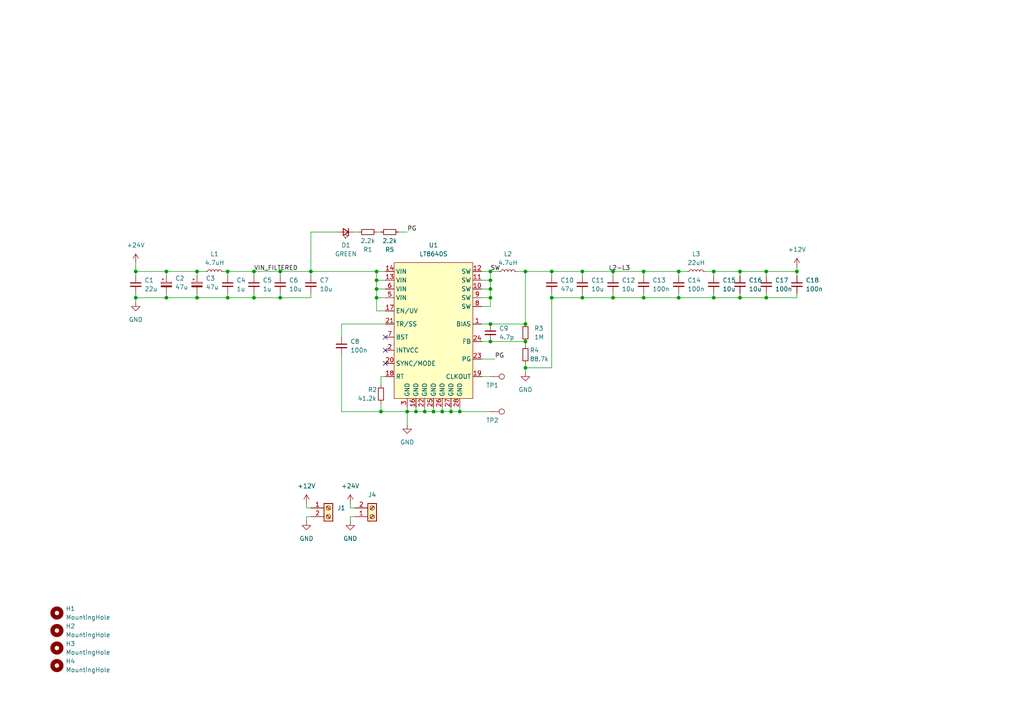
<source format=kicad_sch>
(kicad_sch (version 20211123) (generator eeschema)
  (paper "A4")
  (lib_symbols
    (symbol "Connector:Screw_Terminal_01x02" (pin_names (offset 1.016) hide)
      (property "Reference" "J" (at 0 2.54 0))
      (property "Value" "Screw_Terminal_01x02" (at 0 -5.08 0))
      (symbol "Screw_Terminal_01x02_1_1"
        (rectangle (start -1.27 1.27) (end 1.27 -3.81) (stroke (width 0.254)) (fill (type background)))
        (circle (center 0 -2.54) (radius 0.635) (stroke (width 0.1524)))
        (polyline (pts (xy -0.5334 -2.2098) (xy 0.3302 -3.048)) (stroke (width 0.1524)))
        (polyline (pts (xy -0.5334 0.3302) (xy 0.3302 -0.508)) (stroke (width 0.1524)))
        (polyline (pts (xy -0.3556 -2.032) (xy 0.508 -2.8702)) (stroke (width 0.1524)))
        (polyline (pts (xy -0.3556 0.508) (xy 0.508 -0.3302)) (stroke (width 0.1524)))
        (circle (center 0 0) (radius 0.635) (stroke (width 0.1524)))
        (pin passive line (at -5.08 0 0) (length 3.81) (name "Pin_1") (number "1"))
        (pin passive line (at -5.08 -2.54 0) (length 3.81) (name "Pin_2") (number "2"))
      )
    )
    (symbol "Connector:TestPoint" (pin_numbers hide) (pin_names (offset 0.762) hide)
      (property "Reference" "TP" (at 0 6.858 0))
      (property "Value" "TestPoint" (at 0 5.08 0))
      (symbol "TestPoint_0_1"
        (circle (center 0 3.302) (radius 0.762))
      )
      (symbol "TestPoint_1_1"
        (pin passive line (at 0 0 90) (length 2.54) (name "1") (number "1"))
      )
    )
    (symbol "Device:C_Polarized_Small" (pin_numbers hide) (pin_names (offset 0.254) hide)
      (property "Reference" "C" (at 0.254 1.778 0))
      (property "Value" "C_Polarized_Small" (at 0.254 -2.032 0))
      (symbol "C_Polarized_Small_0_1"
        (rectangle (start -1.524 -0.3048) (end 1.524 -0.6858) (fill (type outline)))
        (rectangle (start -1.524 0.6858) (end 1.524 0.3048))
        (polyline (pts (xy -1.27 1.524) (xy -0.762 1.524)))
        (polyline (pts (xy -1.016 1.27) (xy -1.016 1.778)))
      )
      (symbol "C_Polarized_Small_1_1"
        (pin passive line (at 0 2.54 270) (length 1.8542) (name "~") (number "1"))
        (pin passive line (at 0 -2.54 90) (length 1.8542) (name "~") (number "2"))
      )
    )
    (symbol "Device:C_Small" (pin_numbers hide) (pin_names (offset 0.254) hide)
      (property "Reference" "C" (at 0.254 1.778 0))
      (property "Value" "C_Small" (at 0.254 -2.032 0))
      (symbol "C_Small_0_1"
        (polyline (pts (xy -1.524 -0.508) (xy 1.524 -0.508)) (stroke (width 0.3302)))
        (polyline (pts (xy -1.524 0.508) (xy 1.524 0.508)) (stroke (width 0.3048)))
      )
      (symbol "C_Small_1_1"
        (pin passive line (at 0 2.54 270) (length 2.032) (name "~") (number "1"))
        (pin passive line (at 0 -2.54 90) (length 2.032) (name "~") (number "2"))
      )
    )
    (symbol "Device:LED_Small" (pin_numbers hide) (pin_names (offset 0.254) hide)
      (property "Reference" "D" (at -1.27 3.175 0))
      (property "Value" "LED_Small" (at -4.445 -2.54 0))
      (symbol "LED_Small_0_1"
        (polyline (pts (xy -0.762 -1.016) (xy -0.762 1.016)) (stroke (width 0.254)))
        (polyline (pts (xy 1.016 0) (xy -0.762 0)))
        (polyline (pts (xy 0.762 -1.016) (xy -0.762 0) (xy 0.762 1.016) (xy 0.762 -1.016)) (stroke (width 0.254)))
        (polyline (pts (xy 0 0.762) (xy -0.508 1.27) (xy -0.254 1.27) (xy -0.508 1.27) (xy -0.508 1.016)))
        (polyline (pts (xy 0.508 1.27) (xy 0 1.778) (xy 0.254 1.778) (xy 0 1.778) (xy 0 1.524)))
      )
      (symbol "LED_Small_1_1"
        (pin passive line (at -2.54 0 0) (length 1.778) (name "K") (number "1"))
        (pin passive line (at 2.54 0 180) (length 1.778) (name "A") (number "2"))
      )
    )
    (symbol "Device:L_Small" (pin_numbers hide) (pin_names (offset 0.254) hide)
      (property "Reference" "L" (at 0.762 1.016 0))
      (property "Value" "L_Small" (at 0.762 -1.016 0))
      (symbol "L_Small_0_1"
        (arc (start 0 -2.032) (mid 0.508 -1.524) (end 0 -1.016))
        (arc (start 0 -1.016) (mid 0.508 -0.508) (end 0 0))
        (arc (start 0 0) (mid 0.508 0.508) (end 0 1.016))
        (arc (start 0 1.016) (mid 0.508 1.524) (end 0 2.032))
      )
      (symbol "L_Small_1_1"
        (pin passive line (at 0 2.54 270) (length 0.508) (name "~") (number "1"))
        (pin passive line (at 0 -2.54 90) (length 0.508) (name "~") (number "2"))
      )
    )
    (symbol "Device:R_Small" (pin_numbers hide) (pin_names (offset 0.254) hide)
      (property "Reference" "R" (at 0.762 0.508 0))
      (property "Value" "R_Small" (at 0.762 -1.016 0))
      (symbol "R_Small_0_1"
        (rectangle (start -0.762 1.778) (end 0.762 -1.778) (stroke (width 0.2032)))
      )
      (symbol "R_Small_1_1"
        (pin passive line (at 0 2.54 270) (length 0.762) (name "~") (number "1"))
        (pin passive line (at 0 -2.54 90) (length 0.762) (name "~") (number "2"))
      )
    )
    (symbol "Mechanical:MountingHole" (pin_names (offset 1.016))
      (property "Reference" "H" (at 0 5.08 0))
      (property "Value" "MountingHole" (at 0 3.175 0))
      (symbol "MountingHole_0_1"
        (circle (center 0 0) (radius 1.27) (stroke (width 1.27)))
      )
    )
    (symbol "Personal:LT8640S"
      (property "Reference" "U" (at 0 26.67 0))
      (property "Value" "LT8640S" (at 0 17.78 0))
      (symbol "LT8640S_0_1"
        (rectangle (start -11.43 25.4) (end 11.43 -13.97) (fill (type background)))
      )
      (symbol "LT8640S_1_1"
        (pin input line (at 13.97 7.62 180) (length 2.54) (name "BIAS") (number "1"))
        (pin power_out line (at 13.97 17.78 180) (length 2.54) (name "SW") (number "10"))
        (pin power_out line (at 13.97 20.32 180) (length 2.54) (name "SW") (number "11"))
        (pin power_out line (at 13.97 22.86 180) (length 2.54) (name "SW") (number "12"))
        (pin power_in line (at -13.97 20.32 0) (length 2.54) (name "VIN") (number "13"))
        (pin power_in line (at -13.97 22.86 0) (length 2.54) (name "VIN") (number "14"))
        (pin no_connect line (at -6.35 27.94 270) (length 2.54) hide (name "NC") (number "15"))
        (pin input line (at -5.08 -16.51 90) (length 2.54) (name "GND") (number "16"))
        (pin input line (at -13.97 11.43 0) (length 2.54) (name "EN/UV") (number "17"))
        (pin input line (at -13.97 -7.62 0) (length 2.54) (name "RT") (number "18"))
        (pin output line (at 13.97 -7.62 180) (length 2.54) (name "CLKOUT") (number "19"))
        (pin power_out line (at -13.97 0 0) (length 2.54) (name "INTVCC") (number "2"))
        (pin input line (at -13.97 -3.81 0) (length 2.54) (name "SYNC/MODE") (number "20"))
        (pin input line (at -13.97 7.62 0) (length 2.54) (name "TR/SS") (number "21"))
        (pin input line (at -2.54 -16.51 90) (length 2.54) (name "GND") (number "22"))
        (pin open_collector line (at 13.97 -2.54 180) (length 2.54) (name "PG") (number "23"))
        (pin input line (at 13.97 2.54 180) (length 2.54) (name "FB") (number "24"))
        (pin input line (at 0 -16.51 90) (length 2.54) (name "GND") (number "25"))
        (pin input line (at 2.54 -16.51 90) (length 2.54) (name "GND") (number "26"))
        (pin input line (at 5.08 -16.51 90) (length 2.54) (name "GND") (number "27"))
        (pin input line (at 7.62 -16.51 90) (length 2.54) (name "GND") (number "28"))
        (pin input line (at -7.62 -16.51 90) (length 2.54) (name "GND") (number "3"))
        (pin no_connect line (at -3.81 27.94 270) (length 2.54) hide (name "NC") (number "4"))
        (pin power_in line (at -13.97 15.24 0) (length 2.54) (name "VIN") (number "5"))
        (pin power_in line (at -13.97 17.78 0) (length 2.54) (name "VIN") (number "6"))
        (pin input line (at -13.97 3.81 0) (length 2.54) (name "BST") (number "7"))
        (pin power_out line (at 13.97 12.7 180) (length 2.54) (name "SW") (number "8"))
        (pin power_out line (at 13.97 15.24 180) (length 2.54) (name "SW") (number "9"))
      )
    )
    (symbol "power:+12V" (power) (pin_names (offset 0))
      (property "Value" "+12V" (at 0 3.556 0))
      (symbol "+12V_0_1"
        (polyline (pts (xy -0.762 1.27) (xy 0 2.54)))
        (polyline (pts (xy 0 0) (xy 0 2.54)))
        (polyline (pts (xy 0 2.54) (xy 0.762 1.27)))
      )
      (symbol "+12V_1_1"
        (pin power_in line (at 0 0 90) (length 0) hide (name "+12V") (number "1"))
      )
    )
    (symbol "power:+24V" (power) (pin_names (offset 0))
      (property "Value" "+24V" (at 0 3.556 0))
      (symbol "+24V_0_1"
        (polyline (pts (xy -0.762 1.27) (xy 0 2.54)))
        (polyline (pts (xy 0 0) (xy 0 2.54)))
        (polyline (pts (xy 0 2.54) (xy 0.762 1.27)))
      )
      (symbol "+24V_1_1"
        (pin power_in line (at 0 0 90) (length 0) hide (name "+24V") (number "1"))
      )
    )
    (symbol "power:GND" (power) (pin_names (offset 0))
      (property "Value" "GND" (at 0 -3.81 0))
      (symbol "GND_0_1"
        (polyline (pts (xy 0 0) (xy 0 -1.27) (xy 1.27 -1.27) (xy 0 -2.54) (xy -1.27 -1.27) (xy 0 -1.27)))
      )
      (symbol "GND_1_1"
        (pin power_in line (at 0 0 270) (length 0) hide (name "GND") (number "1"))
      )
    )
  )
  (junction (at 66.04 78.74))
  (junction (at 222.25 86.36))
  (junction (at 130.81 119.38))
  (junction (at 168.91 78.74))
  (junction (at 142.24 86.36))
  (junction (at 39.37 78.74))
  (junction (at 142.24 81.28))
  (junction (at 168.91 86.36))
  (junction (at 177.8 86.36))
  (junction (at 160.02 86.36))
  (junction (at 73.66 78.74))
  (junction (at 118.11 119.38))
  (junction (at 231.14 78.74))
  (junction (at 128.27 119.38))
  (junction (at 109.22 81.28))
  (junction (at 142.24 83.82))
  (junction (at 39.37 86.36))
  (junction (at 214.63 78.74))
  (junction (at 186.69 78.74))
  (junction (at 196.85 78.74))
  (junction (at 152.4 78.74))
  (junction (at 152.4 106.68))
  (junction (at 142.24 93.98))
  (junction (at 160.02 78.74))
  (junction (at 109.22 86.36))
  (junction (at 48.26 78.74))
  (junction (at 90.17 78.74))
  (junction (at 109.22 83.82))
  (junction (at 142.24 78.74))
  (junction (at 222.25 78.74))
  (junction (at 57.15 78.74))
  (junction (at 207.01 86.36))
  (junction (at 214.63 86.36))
  (junction (at 186.69 86.36))
  (junction (at 81.28 78.74))
  (junction (at 133.35 119.38))
  (junction (at 110.49 119.38))
  (junction (at 57.15 86.36))
  (junction (at 177.8 78.74))
  (junction (at 120.65 119.38))
  (junction (at 207.01 78.74))
  (junction (at 81.28 86.36))
  (junction (at 66.04 86.36))
  (junction (at 152.4 99.06))
  (junction (at 152.4 93.98))
  (junction (at 125.73 119.38))
  (junction (at 123.19 119.38))
  (junction (at 48.26 86.36))
  (junction (at 109.22 78.74))
  (junction (at 73.66 86.36))
  (junction (at 196.85 86.36))
  (junction (at 142.24 99.06))
  (no_connect (at 111.76 105.41))
  (no_connect (at 111.76 97.79))
  (no_connect (at 111.76 101.6))
  (wire (pts (xy 142.24 83.82) (xy 142.24 81.28)))
  (wire (pts (xy 160.02 106.68) (xy 160.02 86.36)))
  (wire (pts (xy 139.7 86.36) (xy 142.24 86.36)))
  (wire (pts (xy 118.11 119.38) (xy 118.11 123.19)))
  (wire (pts (xy 231.14 85.09) (xy 231.14 86.36)))
  (wire (pts (xy 120.65 119.38) (xy 118.11 119.38)))
  (wire (pts (xy 207.01 80.01) (xy 207.01 78.74)))
  (wire (pts (xy 152.4 105.41) (xy 152.4 106.68)))
  (wire (pts (xy 66.04 80.01) (xy 66.04 78.74)))
  (wire (pts (xy 207.01 85.09) (xy 207.01 86.36)))
  (wire (pts (xy 168.91 78.74) (xy 168.91 80.01)))
  (wire (pts (xy 196.85 78.74) (xy 199.39 78.74)))
  (wire (pts (xy 142.24 78.74) (xy 144.78 78.74)))
  (wire (pts (xy 125.73 119.38) (xy 123.19 119.38)))
  (wire (pts (xy 133.35 119.38) (xy 142.24 119.38)))
  (wire (pts (xy 142.24 81.28) (xy 142.24 78.74)))
  (wire (pts (xy 196.85 78.74) (xy 186.69 78.74)))
  (wire (pts (xy 39.37 78.74) (xy 48.26 78.74)))
  (wire (pts (xy 111.76 83.82) (xy 109.22 83.82)))
  (wire (pts (xy 177.8 78.74) (xy 177.8 80.01)))
  (wire (pts (xy 99.06 102.87) (xy 99.06 119.38)))
  (wire (pts (xy 168.91 86.36) (xy 160.02 86.36)))
  (wire (pts (xy 160.02 78.74) (xy 160.02 80.01)))
  (wire (pts (xy 90.17 78.74) (xy 90.17 80.01)))
  (wire (pts (xy 196.85 80.01) (xy 196.85 78.74)))
  (wire (pts (xy 109.22 86.36) (xy 111.76 86.36)))
  (wire (pts (xy 152.4 78.74) (xy 149.86 78.74)))
  (wire (pts (xy 152.4 106.68) (xy 160.02 106.68)))
  (wire (pts (xy 109.22 67.31) (xy 110.49 67.31)))
  (wire (pts (xy 130.81 119.38) (xy 128.27 119.38)))
  (wire (pts (xy 231.14 80.01) (xy 231.14 78.74)))
  (wire (pts (xy 222.25 80.01) (xy 222.25 78.74)))
  (wire (pts (xy 90.17 149.86) (xy 88.9 149.86)))
  (wire (pts (xy 123.19 118.11) (xy 123.19 119.38)))
  (wire (pts (xy 73.66 85.09) (xy 73.66 86.36)))
  (wire (pts (xy 177.8 86.36) (xy 168.91 86.36)))
  (wire (pts (xy 222.25 86.36) (xy 214.63 86.36)))
  (wire (pts (xy 57.15 85.09) (xy 57.15 86.36)))
  (wire (pts (xy 66.04 78.74) (xy 73.66 78.74)))
  (wire (pts (xy 99.06 119.38) (xy 110.49 119.38)))
  (wire (pts (xy 66.04 86.36) (xy 73.66 86.36)))
  (wire (pts (xy 139.7 93.98) (xy 142.24 93.98)))
  (wire (pts (xy 142.24 99.06) (xy 152.4 99.06)))
  (wire (pts (xy 90.17 85.09) (xy 90.17 86.36)))
  (wire (pts (xy 152.4 99.06) (xy 152.4 100.33)))
  (wire (pts (xy 168.91 78.74) (xy 177.8 78.74)))
  (wire (pts (xy 160.02 78.74) (xy 168.91 78.74)))
  (wire (pts (xy 142.24 86.36) (xy 142.24 83.82)))
  (wire (pts (xy 73.66 78.74) (xy 81.28 78.74)))
  (wire (pts (xy 231.14 77.47) (xy 231.14 78.74)))
  (wire (pts (xy 139.7 81.28) (xy 142.24 81.28)))
  (wire (pts (xy 120.65 118.11) (xy 120.65 119.38)))
  (wire (pts (xy 139.7 83.82) (xy 142.24 83.82)))
  (wire (pts (xy 73.66 78.74) (xy 73.66 80.01)))
  (wire (pts (xy 142.24 93.98) (xy 152.4 93.98)))
  (wire (pts (xy 111.76 78.74) (xy 109.22 78.74)))
  (wire (pts (xy 111.76 90.17) (xy 109.22 90.17)))
  (wire (pts (xy 48.26 78.74) (xy 57.15 78.74)))
  (wire (pts (xy 222.25 85.09) (xy 222.25 86.36)))
  (wire (pts (xy 109.22 81.28) (xy 109.22 83.82)))
  (wire (pts (xy 101.6 147.32) (xy 101.6 146.05)))
  (wire (pts (xy 214.63 86.36) (xy 207.01 86.36)))
  (wire (pts (xy 186.69 78.74) (xy 186.69 80.01)))
  (wire (pts (xy 109.22 78.74) (xy 109.22 81.28)))
  (wire (pts (xy 214.63 78.74) (xy 207.01 78.74)))
  (wire (pts (xy 88.9 149.86) (xy 88.9 151.13)))
  (wire (pts (xy 142.24 88.9) (xy 142.24 86.36)))
  (wire (pts (xy 48.26 86.36) (xy 57.15 86.36)))
  (wire (pts (xy 133.35 118.11) (xy 133.35 119.38)))
  (wire (pts (xy 139.7 78.74) (xy 142.24 78.74)))
  (wire (pts (xy 57.15 78.74) (xy 59.69 78.74)))
  (wire (pts (xy 207.01 86.36) (xy 196.85 86.36)))
  (wire (pts (xy 90.17 86.36) (xy 81.28 86.36)))
  (wire (pts (xy 97.79 67.31) (xy 90.17 67.31)))
  (wire (pts (xy 81.28 85.09) (xy 81.28 86.36)))
  (wire (pts (xy 152.4 106.68) (xy 152.4 107.95)))
  (wire (pts (xy 168.91 85.09) (xy 168.91 86.36)))
  (wire (pts (xy 39.37 85.09) (xy 39.37 86.36)))
  (wire (pts (xy 196.85 86.36) (xy 186.69 86.36)))
  (wire (pts (xy 39.37 86.36) (xy 48.26 86.36)))
  (wire (pts (xy 111.76 93.98) (xy 99.06 93.98)))
  (wire (pts (xy 81.28 78.74) (xy 90.17 78.74)))
  (wire (pts (xy 39.37 78.74) (xy 39.37 80.01)))
  (wire (pts (xy 57.15 86.36) (xy 66.04 86.36)))
  (wire (pts (xy 90.17 67.31) (xy 90.17 78.74)))
  (wire (pts (xy 139.7 88.9) (xy 142.24 88.9)))
  (wire (pts (xy 142.24 109.22) (xy 139.7 109.22)))
  (wire (pts (xy 231.14 86.36) (xy 222.25 86.36)))
  (wire (pts (xy 160.02 86.36) (xy 160.02 85.09)))
  (wire (pts (xy 120.65 119.38) (xy 123.19 119.38)))
  (wire (pts (xy 39.37 86.36) (xy 39.37 87.63)))
  (wire (pts (xy 99.06 93.98) (xy 99.06 97.79)))
  (wire (pts (xy 104.14 67.31) (xy 102.87 67.31)))
  (wire (pts (xy 48.26 78.74) (xy 48.26 80.01)))
  (wire (pts (xy 111.76 81.28) (xy 109.22 81.28)))
  (wire (pts (xy 48.26 85.09) (xy 48.26 86.36)))
  (wire (pts (xy 109.22 90.17) (xy 109.22 86.36)))
  (wire (pts (xy 39.37 76.2) (xy 39.37 78.74)))
  (wire (pts (xy 128.27 119.38) (xy 125.73 119.38)))
  (wire (pts (xy 214.63 85.09) (xy 214.63 86.36)))
  (wire (pts (xy 152.4 78.74) (xy 160.02 78.74)))
  (wire (pts (xy 128.27 118.11) (xy 128.27 119.38)))
  (wire (pts (xy 102.87 149.86) (xy 101.6 149.86)))
  (wire (pts (xy 66.04 85.09) (xy 66.04 86.36)))
  (wire (pts (xy 139.7 104.14) (xy 143.51 104.14)))
  (wire (pts (xy 214.63 80.01) (xy 214.63 78.74)))
  (wire (pts (xy 90.17 147.32) (xy 88.9 147.32)))
  (wire (pts (xy 196.85 85.09) (xy 196.85 86.36)))
  (wire (pts (xy 81.28 78.74) (xy 81.28 80.01)))
  (wire (pts (xy 125.73 118.11) (xy 125.73 119.38)))
  (wire (pts (xy 57.15 78.74) (xy 57.15 80.01)))
  (wire (pts (xy 115.57 67.31) (xy 118.11 67.31)))
  (wire (pts (xy 118.11 118.11) (xy 118.11 119.38)))
  (wire (pts (xy 186.69 85.09) (xy 186.69 86.36)))
  (wire (pts (xy 90.17 78.74) (xy 109.22 78.74)))
  (wire (pts (xy 130.81 118.11) (xy 130.81 119.38)))
  (wire (pts (xy 177.8 85.09) (xy 177.8 86.36)))
  (wire (pts (xy 110.49 109.22) (xy 110.49 111.76)))
  (wire (pts (xy 207.01 78.74) (xy 204.47 78.74)))
  (wire (pts (xy 186.69 86.36) (xy 177.8 86.36)))
  (wire (pts (xy 222.25 78.74) (xy 214.63 78.74)))
  (wire (pts (xy 73.66 86.36) (xy 81.28 86.36)))
  (wire (pts (xy 177.8 78.74) (xy 186.69 78.74)))
  (wire (pts (xy 101.6 149.86) (xy 101.6 151.13)))
  (wire (pts (xy 139.7 99.06) (xy 142.24 99.06)))
  (wire (pts (xy 109.22 83.82) (xy 109.22 86.36)))
  (wire (pts (xy 152.4 93.98) (xy 152.4 78.74)))
  (wire (pts (xy 110.49 116.84) (xy 110.49 119.38)))
  (wire (pts (xy 111.76 109.22) (xy 110.49 109.22)))
  (wire (pts (xy 110.49 119.38) (xy 118.11 119.38)))
  (wire (pts (xy 88.9 147.32) (xy 88.9 146.05)))
  (wire (pts (xy 133.35 119.38) (xy 130.81 119.38)))
  (wire (pts (xy 231.14 78.74) (xy 222.25 78.74)))
  (wire (pts (xy 64.77 78.74) (xy 66.04 78.74)))
  (wire (pts (xy 102.87 147.32) (xy 101.6 147.32)))
  (label "PG" (at 143.51 104.14 0))
  (label "VIN_FILTERED" (at 73.66 78.74 0))
  (label "SW" (at 142.24 78.74 0))
  (label "L2-L3" (at 176.53 78.74 0))
  (label "PG" (at 118.11 67.31 0))
  (symbol (lib_id "power:GND") (at 101.6 151.13 0) (unit 1)
    (property "Reference" "#PWR0105" (effects hide))
    (property "Value" "GND" (at 101.6 156.21 0))
  )
  (symbol (lib_id "power:+24V") (at 39.37 76.2 0) (unit 1)
    (property "Reference" "#PWR01" (effects hide))
    (property "Value" "+24V" (at 39.37 71.12 0))
  )
  (symbol (lib_id "Device:C_Small") (at 186.69 82.55 0) (unit 1)
    (property "Reference" "C13" (at 189.23 81.2862 0) (effects (justify left)))
    (property "Value" "100n" (at 189.23 83.8262 0) (effects (justify left)))
    (property "Footprint" "Capacitor_SMD:C_0805_2012Metric" (effects hide))
  )
  (symbol (lib_id "Mechanical:MountingHole") (at 16.51 182.88 0) (unit 1)
    (property "Reference" "H2" (at 19.05 181.6099 0) (effects (justify left)))
    (property "Value" "MountingHole" (at 19.05 184.1499 0) (effects (justify left)))
    (property "Footprint" "MountingHole:MountingHole_3.2mm_M3" (effects hide))
  )
  (symbol (lib_id "Device:R_Small") (at 152.4 102.87 0) (unit 1)
    (property "Reference" "R4" (at 153.67 101.6 0) (effects (justify left)))
    (property "Value" "88.7k" (at 153.67 104.14 0) (effects (justify left)))
    (property "Footprint" "Resistor_SMD:R_0805_2012Metric" (effects hide))
    (property "TME_SYM" "CRCW080588K7FKTABC" (effects hide))
  )
  (symbol (lib_id "power:GND") (at 88.9 151.13 0) (unit 1)
    (property "Reference" "#PWR07" (effects hide))
    (property "Value" "GND" (at 88.9 156.21 0))
  )
  (symbol (lib_id "Device:R_Small") (at 106.68 67.31 270) (unit 1)
    (property "Reference" "R1" (at 106.68 72.39 90))
    (property "Value" "2.2k" (at 106.68 69.85 90))
    (property "Footprint" "Resistor_SMD:R_0805_2012Metric" (effects hide))
  )
  (symbol (lib_id "Device:C_Small") (at 66.04 82.55 0) (unit 1)
    (property "Reference" "C4" (at 68.58 81.2862 0) (effects (justify left)))
    (property "Value" "1u" (at 68.58 83.8262 0) (effects (justify left)))
    (property "Footprint" "Capacitor_SMD:C_0805_2012Metric" (effects hide))
  )
  (symbol (lib_id "Connector:Screw_Terminal_01x02") (at 107.95 149.86 0) (mirror x) (unit 1)
    (property "Reference" "J4" (at 107.95 143.51 0))
    (property "Value" "Screw_Terminal_01x02" (effects hide))
    (property "Footprint" "TerminalBlock_Phoenix:TerminalBlock_Phoenix_MKDS-1,5-2-5.08_1x02_P5.08mm_Horizontal" (effects hide))
    (property "TME_SYM" "MKDSN1.5/2-5.08" (effects hide))
  )
  (symbol (lib_id "Device:C_Small") (at 81.28 82.55 0) (unit 1)
    (property "Reference" "C6" (at 83.82 81.2862 0) (effects (justify left)))
    (property "Value" "10u" (at 83.82 83.8262 0) (effects (justify left)))
    (property "Footprint" "Capacitor_SMD:C_1206_3216Metric" (effects hide))
  )
  (symbol (lib_id "power:GND") (at 118.11 123.19 0) (unit 1)
    (property "Reference" "#PWR03" (effects hide))
    (property "Value" "GND" (at 118.11 128.27 0))
  )
  (symbol (lib_id "Device:C_Small") (at 207.01 82.55 0) (unit 1)
    (property "Reference" "C15" (at 209.55 81.2862 0) (effects (justify left)))
    (property "Value" "10u" (at 209.55 83.8262 0) (effects (justify left)))
    (property "Footprint" "Capacitor_SMD:C_1206_3216Metric" (effects hide))
  )
  (symbol (lib_id "Mechanical:MountingHole") (at 16.51 187.96 0) (unit 1)
    (property "Reference" "H3" (at 19.05 186.6899 0) (effects (justify left)))
    (property "Value" "MountingHole" (at 19.05 189.2299 0) (effects (justify left)))
    (property "Footprint" "MountingHole:MountingHole_3.2mm_M3" (effects hide))
  )
  (symbol (lib_id "Device:C_Small") (at 168.91 82.55 0) (unit 1)
    (property "Reference" "C11" (at 171.45 81.2862 0) (effects (justify left)))
    (property "Value" "10u" (at 171.45 83.8262 0) (effects (justify left)))
    (property "Footprint" "Capacitor_SMD:C_1206_3216Metric" (effects hide))
  )
  (symbol (lib_id "Device:L_Small") (at 201.93 78.74 90) (unit 1)
    (property "Reference" "L3" (at 201.93 73.66 90))
    (property "Value" "22uH" (at 201.93 76.2 90))
    (property "Footprint" "Inductor_SMD:L_Wuerth_WE-PD-Typ-LS_Handsoldering" (effects hide))
  )
  (symbol (lib_id "power:GND") (at 39.37 87.63 0) (unit 1)
    (property "Reference" "#PWR02" (effects hide))
    (property "Value" "GND" (at 39.37 92.71 0))
  )
  (symbol (lib_id "Device:C_Polarized_Small") (at 57.15 82.55 0) (unit 1)
    (property "Reference" "C3" (at 59.69 80.7338 0) (effects (justify left)))
    (property "Value" "47u" (at 59.69 83.2738 0) (effects (justify left)))
    (property "Footprint" "Capacitor_SMD:CP_Elec_8x6.2" (effects hide))
    (property "TME_SYM" "EEEFK1H470P" (effects hide))
  )
  (symbol (lib_id "Device:C_Polarized_Small") (at 48.26 82.55 0) (unit 1)
    (property "Reference" "C2" (at 50.8 80.7338 0) (effects (justify left)))
    (property "Value" "47u" (at 50.8 83.2738 0) (effects (justify left)))
    (property "Footprint" "Capacitor_SMD:CP_Elec_8x6.2" (effects hide))
    (property "TME_SYM" "EEEFK1H470P" (effects hide))
  )
  (symbol (lib_id "Personal:LT8640S") (at 125.73 101.6 0) (unit 1)
    (property "Reference" "U1" (at 125.73 71.12 0))
    (property "Value" "LT8640S" (at 125.73 73.66 0))
    (property "Footprint" "Personal:LQFN-24-4x4mm_P0.5mm_4EP_1.125mm" (effects hide))
    (property "Datasheet" "https://www.analog.com/media/en/technical-documentation/data-sheets/lt8640s-8643s.pdf" (effects hide))
  )
  (symbol (lib_id "Device:L_Small") (at 62.23 78.74 90) (unit 1)
    (property "Reference" "L1" (at 62.23 73.66 90))
    (property "Value" "4.7uH" (at 62.23 76.2 90))
    (property "Footprint" "Inductor_SMD:L_Wuerth_WE-PD-Typ-LS_Handsoldering" (effects hide))
  )
  (symbol (lib_id "Device:C_Small") (at 90.17 82.55 0) (unit 1)
    (property "Reference" "C7" (at 92.71 81.2862 0) (effects (justify left)))
    (property "Value" "10u" (at 92.71 83.8262 0) (effects (justify left)))
    (property "Footprint" "Capacitor_SMD:C_1206_3216Metric" (effects hide))
  )
  (symbol (lib_id "power:GND") (at 152.4 107.95 0) (unit 1)
    (property "Reference" "#PWR04" (effects hide))
    (property "Value" "GND" (at 152.4 113.03 0))
  )
  (symbol (lib_id "Device:C_Small") (at 160.02 82.55 0) (unit 1)
    (property "Reference" "C10" (at 162.56 81.2862 0) (effects (justify left)))
    (property "Value" "47u" (at 162.56 83.8262 0) (effects (justify left)))
    (property "Footprint" "Capacitor_SMD:C_1206_3216Metric" (effects hide))
  )
  (symbol (lib_id "Connector:Screw_Terminal_01x02") (at 95.25 147.32 0) (unit 1)
    (property "Reference" "J1" (at 97.79 147.3199 0) (effects (justify left)))
    (property "Value" "Screw_Terminal_01x02" (effects hide))
    (property "Footprint" "TerminalBlock_Phoenix:TerminalBlock_Phoenix_MKDS-1,5-2-5.08_1x02_P5.08mm_Horizontal" (effects hide))
    (property "TME_SYM" "MKDSN1.5/2-5.08" (effects hide))
  )
  (symbol (lib_id "Device:C_Small") (at 214.63 82.55 0) (unit 1)
    (property "Reference" "C16" (at 217.17 81.2862 0) (effects (justify left)))
    (property "Value" "10u" (at 217.17 83.8262 0) (effects (justify left)))
    (property "Footprint" "Capacitor_SMD:C_1206_3216Metric" (effects hide))
  )
  (symbol (lib_id "Connector:TestPoint") (at 142.24 109.22 270) (unit 1)
    (property "Reference" "TP1" (at 140.97 111.76 90) (effects (justify left)))
    (property "Value" "TestPoint" (effects hide))
    (property "Footprint" "TestPoint:TestPoint_Pad_D1.0mm" (effects hide))
  )
  (symbol (lib_id "Device:C_Small") (at 222.25 82.55 0) (unit 1)
    (property "Reference" "C17" (at 224.79 81.2862 0) (effects (justify left)))
    (property "Value" "100n" (at 224.79 83.8262 0) (effects (justify left)))
    (property "Footprint" "Capacitor_SMD:C_0805_2012Metric" (effects hide))
  )
  (symbol (lib_id "Connector:TestPoint") (at 142.24 119.38 270) (unit 1)
    (property "Reference" "TP2" (at 140.97 121.92 90) (effects (justify left)))
    (property "Value" "TestPoint" (effects hide))
    (property "Footprint" "TestPoint:TestPoint_Pad_D1.0mm" (effects hide))
  )
  (symbol (lib_id "Device:L_Small") (at 147.32 78.74 90) (unit 1)
    (property "Reference" "L2" (at 147.32 73.66 90))
    (property "Value" "4.7uH" (at 147.32 76.2 90))
    (property "Footprint" "Inductor_SMD:L_Wuerth_WE-PD-Typ-LS_Handsoldering" (effects hide))
  )
  (symbol (lib_id "Mechanical:MountingHole") (at 16.51 177.8 0) (unit 1)
    (property "Reference" "H1" (at 19.05 176.5299 0) (effects (justify left)))
    (property "Value" "MountingHole" (at 19.05 179.0699 0) (effects (justify left)))
    (property "Footprint" "MountingHole:MountingHole_3.2mm_M3" (effects hide))
  )
  (symbol (lib_id "power:+12V") (at 88.9 146.05 0) (unit 1)
    (property "Reference" "#PWR06" (effects hide))
    (property "Value" "+12V" (at 88.9 140.97 0))
  )
  (symbol (lib_id "power:+24V") (at 101.6 146.05 0) (unit 1)
    (property "Reference" "#PWR0104" (effects hide))
    (property "Value" "+24V" (at 101.6 140.97 0))
  )
  (symbol (lib_id "Device:LED_Small") (at 100.33 67.31 180) (unit 1)
    (property "Reference" "D1" (at 100.33 71.12 0))
    (property "Value" "GREEN" (at 100.33 73.66 0))
    (property "Footprint" "LED_SMD:LED_0805_2012Metric" (effects hide))
  )
  (symbol (lib_id "power:+12V") (at 231.14 77.47 0) (unit 1)
    (property "Reference" "#PWR05" (effects hide))
    (property "Value" "+12V" (at 231.14 72.39 0))
  )
  (symbol (lib_id "Device:C_Small") (at 142.24 96.52 0) (unit 1)
    (property "Reference" "C9" (at 144.78 95.25 0) (effects (justify left)))
    (property "Value" "4.7p" (at 144.78 97.7962 0) (effects (justify left)))
    (property "Footprint" "Resistor_SMD:R_0805_2012Metric" (effects hide))
    (property "TME_SYM" "C0805C479C5GAC" (effects hide))
  )
  (symbol (lib_id "Device:C_Small") (at 177.8 82.55 0) (unit 1)
    (property "Reference" "C12" (at 180.34 81.2862 0) (effects (justify left)))
    (property "Value" "10u" (at 180.34 83.8262 0) (effects (justify left)))
    (property "Footprint" "Capacitor_SMD:C_1206_3216Metric" (effects hide))
  )
  (symbol (lib_id "Device:C_Small") (at 196.85 82.55 0) (unit 1)
    (property "Reference" "C14" (at 199.39 81.2862 0) (effects (justify left)))
    (property "Value" "100n" (at 199.39 83.8262 0) (effects (justify left)))
    (property "Footprint" "Capacitor_SMD:C_0805_2012Metric" (effects hide))
  )
  (symbol (lib_id "Device:R_Small") (at 113.03 67.31 270) (unit 1)
    (property "Reference" "R5" (at 113.03 72.39 90))
    (property "Value" "2.2k" (at 113.03 69.85 90))
    (property "Footprint" "Resistor_SMD:R_0805_2012Metric" (effects hide))
  )
  (symbol (lib_id "Device:C_Small") (at 39.37 82.55 0) (unit 1)
    (property "Reference" "C1" (at 41.91 81.2862 0) (effects (justify left)))
    (property "Value" "22u" (at 41.91 83.8262 0) (effects (justify left)))
    (property "Footprint" "Capacitor_SMD:C_1206_3216Metric" (effects hide))
  )
  (symbol (lib_id "Device:R_Small") (at 152.4 96.52 0) (unit 1)
    (property "Reference" "R3" (at 154.94 95.2499 0) (effects (justify left)))
    (property "Value" "1M" (at 154.94 97.7899 0) (effects (justify left)))
    (property "Footprint" "Resistor_SMD:R_0805_2012Metric" (effects hide))
    (property "TME_SYM" "SMD0805-1M-1%" (effects hide))
  )
  (symbol (lib_id "Device:C_Small") (at 231.14 82.55 0) (unit 1)
    (property "Reference" "C18" (at 233.68 81.2862 0) (effects (justify left)))
    (property "Value" "100n" (at 233.68 83.8262 0) (effects (justify left)))
    (property "Footprint" "Capacitor_SMD:C_0805_2012Metric" (effects hide))
  )
  (symbol (lib_id "Device:C_Small") (at 99.06 100.33 0) (unit 1)
    (property "Reference" "C8" (at 101.6 99.0662 0) (effects (justify left)))
    (property "Value" "100n" (at 101.6 101.6062 0) (effects (justify left)))
    (property "Footprint" "Capacitor_SMD:C_0805_2012Metric" (effects hide))
  )
  (symbol (lib_id "Device:R_Small") (at 110.49 114.3 180) (unit 1)
    (property "Reference" "R2" (at 106.68 113.03 0) (effects (justify right)))
    (property "Value" "41.2k" (at 109.22 115.57 0) (effects (justify left)))
    (property "Footprint" "Resistor_SMD:R_0805_2012Metric" (effects hide))
    (property "TME_SYM" "SMD0805-41.2K-1%" (effects hide))
  )
  (symbol (lib_id "Mechanical:MountingHole") (at 16.51 193.04 0) (unit 1)
    (property "Reference" "H4" (at 19.05 191.7699 0) (effects (justify left)))
    (property "Value" "MountingHole" (at 19.05 194.3099 0) (effects (justify left)))
    (property "Footprint" "MountingHole:MountingHole_3.2mm_M3" (effects hide))
  )
  (symbol (lib_id "Device:C_Small") (at 73.66 82.55 0) (unit 1)
    (property "Reference" "C5" (at 76.2 81.2862 0) (effects (justify left)))
    (property "Value" "1u" (at 76.2 83.8262 0) (effects (justify left)))
    (property "Footprint" "Capacitor_SMD:C_0805_2012Metric" (effects hide))
  )
)
</source>
